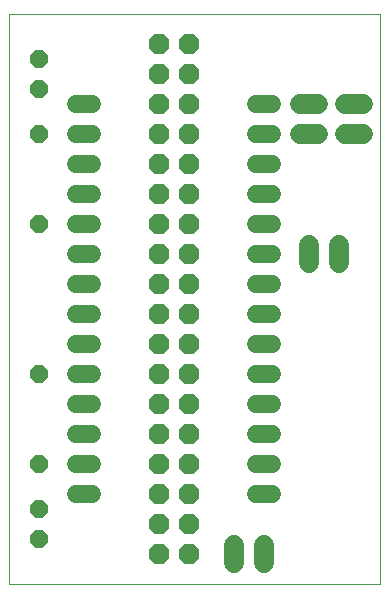
<source format=gts>
G75*
%MOIN*%
%OFA0B0*%
%FSLAX24Y24*%
%IPPOS*%
%LPD*%
%AMOC8*
5,1,8,0,0,1.08239X$1,22.5*
%
%ADD10C,0.0000*%
%ADD11C,0.0600*%
%ADD12OC8,0.0680*%
%ADD13C,0.0680*%
%ADD14OC8,0.0600*%
D10*
X000130Y000487D02*
X000130Y019483D01*
X012500Y019483D01*
X012500Y000487D01*
X000130Y000487D01*
D11*
X002370Y003487D02*
X002890Y003487D01*
X002890Y004487D02*
X002370Y004487D01*
X002370Y005487D02*
X002890Y005487D01*
X002890Y006487D02*
X002370Y006487D01*
X002370Y007487D02*
X002890Y007487D01*
X002890Y008487D02*
X002370Y008487D01*
X002370Y009487D02*
X002890Y009487D01*
X002890Y010487D02*
X002370Y010487D01*
X002370Y011487D02*
X002890Y011487D01*
X002890Y012487D02*
X002370Y012487D01*
X002370Y013487D02*
X002890Y013487D01*
X002890Y014487D02*
X002370Y014487D01*
X002370Y015487D02*
X002890Y015487D01*
X002890Y016487D02*
X002370Y016487D01*
X008370Y016487D02*
X008890Y016487D01*
X008890Y015487D02*
X008370Y015487D01*
X008370Y014487D02*
X008890Y014487D01*
X008890Y013487D02*
X008370Y013487D01*
X008370Y012487D02*
X008890Y012487D01*
X008890Y011487D02*
X008370Y011487D01*
X008370Y010487D02*
X008890Y010487D01*
X008890Y009487D02*
X008370Y009487D01*
X008370Y008487D02*
X008890Y008487D01*
X008890Y007487D02*
X008370Y007487D01*
X008370Y006487D02*
X008890Y006487D01*
X008890Y005487D02*
X008370Y005487D01*
X008370Y004487D02*
X008890Y004487D01*
X008890Y003487D02*
X008370Y003487D01*
D12*
X006130Y003487D03*
X006130Y004487D03*
X006130Y005487D03*
X006130Y006487D03*
X006130Y007487D03*
X006130Y008487D03*
X006130Y009487D03*
X006130Y010487D03*
X006130Y011487D03*
X006130Y012487D03*
X006130Y013487D03*
X006130Y014487D03*
X006130Y015487D03*
X006130Y016487D03*
X006130Y017487D03*
X006130Y018487D03*
X005130Y018487D03*
X005130Y017487D03*
X005130Y016487D03*
X005130Y015487D03*
X005130Y014487D03*
X005130Y013487D03*
X005130Y012487D03*
X005130Y011487D03*
X005130Y010487D03*
X005130Y009487D03*
X005130Y008487D03*
X005130Y007487D03*
X005130Y006487D03*
X005130Y005487D03*
X005130Y004487D03*
X005130Y003487D03*
X005130Y002487D03*
X005130Y001487D03*
X006130Y001487D03*
X006130Y002487D03*
D13*
X007630Y001787D02*
X007630Y001187D01*
X008630Y001187D02*
X008630Y001787D01*
X010130Y011187D02*
X010130Y011787D01*
X011130Y011787D02*
X011130Y011187D01*
X011330Y015487D02*
X011930Y015487D01*
X011930Y016487D02*
X011330Y016487D01*
X010430Y016487D02*
X009830Y016487D01*
X009830Y015487D02*
X010430Y015487D01*
D14*
X001130Y015487D03*
X001130Y016987D03*
X001130Y017987D03*
X001130Y012487D03*
X001130Y007487D03*
X001130Y004487D03*
X001130Y002987D03*
X001130Y001987D03*
M02*

</source>
